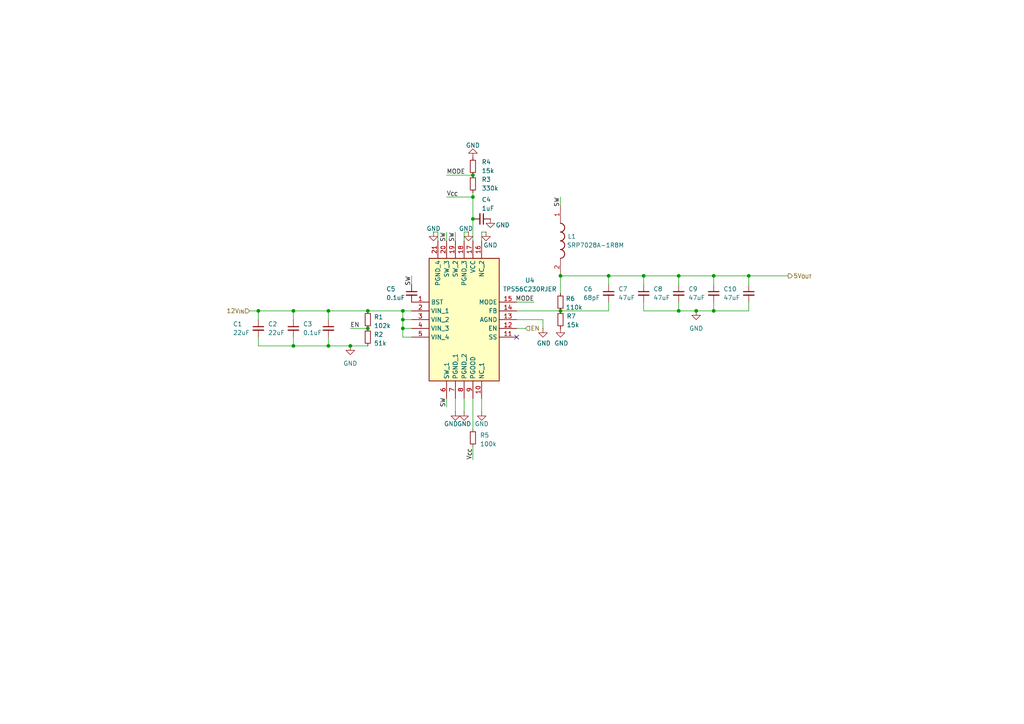
<source format=kicad_sch>
(kicad_sch (version 20241004) (generator "eeschema") (generator_version "8.99")
  (paper "A4")
  (lib_symbols
    (symbol "Device:C_Small" (pin_numbers (hide yes)) (pin_names (offset 0.254) (hide yes))
      (property "Reference" "C" (at 0.254 1.778 0))
      (property "Value" "C_Small" (at 0.254 -2.032 0))
      (symbol "C_Small_0_1"
        (polyline (pts (xy -1.524 0.508) (xy 1.524 0.508)) (stroke (width 0.3048)))
        (polyline (pts (xy -1.524 -0.508) (xy 1.524 -0.508)) (stroke (width 0.3302)))
      )
      (symbol "C_Small_1_1"
        (pin passive line (at 0 2.54 270) (length 2.032) (name "~") (number "1"))
        (pin passive line (at 0 -2.54 90) (length 2.032) (name "~") (number "2"))
      )
    )
    (symbol "Device:R_Small" (pin_numbers (hide yes)) (pin_names (offset 0.254) (hide yes))
      (property "Reference" "R" (at 0.762 0.508 0))
      (property "Value" "R_Small" (at 0.762 -1.016 0))
      (symbol "R_Small_0_1"
        (rectangle (start -0.762 1.778) (end 0.762 -1.778) (stroke (width 0.2032)))
      )
      (symbol "R_Small_1_1"
        (pin passive line (at 0 2.54 270) (length 0.762) (name "~") (number "1"))
        (pin passive line (at 0 -2.54 90) (length 0.762) (name "~") (number "2"))
      )
    )
    (symbol "SRP7028A-1R8M:SRP7028A-1R8M" (pin_names (hide yes))
      (property "Reference" "L" (at 16.51 6.35 0))
      (property "Value" "SRP7028A-1R8M" (at 16.51 3.81 0))
      (symbol "SRP7028A-1R8M_1_1"
        (arc (start 5.08 0) (mid 6.35 1.219) (end 7.62 0) (stroke (width 0.254)))
        (arc (start 7.62 0) (mid 8.89 1.219) (end 10.16 0) (stroke (width 0.254)))
        (arc (start 10.16 0) (mid 11.43 1.219) (end 12.7 0) (stroke (width 0.254)))
        (arc (start 12.7 0) (mid 13.97 1.219) (end 15.24 0) (stroke (width 0.254)))
        (pin passive line (at 0 0 0) (length 5.08) (name "1") (number "1"))
        (pin passive line (at 20.32 0 180) (length 5.08) (name "2") (number "2"))
      )
    )
    (symbol "TPS56C230RJER:TPS56C230RJER"
      (property "Reference" "IC" (at 26.67 17.78 0))
      (property "Value" "TPS56C230RJER" (at 26.67 15.24 0))
      (symbol "TPS56C230RJER_1_1"
        (rectangle (start 5.08 12.7) (end 25.4 -22.86) (stroke (width 0.254)) (fill (type background)))
        (pin passive line (at 0 0 0) (length 5.08) (name "BST") (number "1"))
        (pin passive line (at 0 -2.54 0) (length 5.08) (name "VIN_1") (number "2"))
        (pin passive line (at 0 -5.08 0) (length 5.08) (name "VIN_2") (number "3"))
        (pin passive line (at 0 -7.62 0) (length 5.08) (name "VIN_3") (number "4"))
        (pin passive line (at 0 -10.16 0) (length 5.08) (name "VIN_4") (number "5"))
        (pin passive line (at 7.62 17.78 270) (length 5.08) (name "PGND_4") (number "21"))
        (pin passive line (at 10.16 17.78 270) (length 5.08) (name "SW_3") (number "20"))
        (pin passive line (at 10.16 -27.94 90) (length 5.08) (name "SW_1") (number "6"))
        (pin passive line (at 12.7 17.78 270) (length 5.08) (name "SW_2") (number "19"))
        (pin passive line (at 12.7 -27.94 90) (length 5.08) (name "PGND_1") (number "7"))
        (pin passive line (at 15.24 17.78 270) (length 5.08) (name "PGND_3") (number "18"))
        (pin passive line (at 15.24 -27.94 90) (length 5.08) (name "PGND_2") (number "8"))
        (pin passive line (at 17.78 17.78 270) (length 5.08) (name "VCC") (number "17"))
        (pin passive line (at 17.78 -27.94 90) (length 5.08) (name "PGOOD") (number "9"))
        (pin passive line (at 20.32 17.78 270) (length 5.08) (name "NC_2") (number "16"))
        (pin passive line (at 20.32 -27.94 90) (length 5.08) (name "NC_1") (number "10"))
        (pin passive line (at 30.48 0 180) (length 5.08) (name "MODE") (number "15"))
        (pin passive line (at 30.48 -2.54 180) (length 5.08) (name "FB") (number "14"))
        (pin passive line (at 30.48 -5.08 180) (length 5.08) (name "AGND") (number "13"))
        (pin passive line (at 30.48 -7.62 180) (length 5.08) (name "EN") (number "12"))
        (pin passive line (at 30.48 -10.16 180) (length 5.08) (name "SS") (number "11"))
      )
    )
    (symbol "power:GND" (power) (pin_numbers (hide yes)) (pin_names (offset 0) (hide yes))
      (property "Value" "GND" (at 0 -3.81 0))
      (symbol "GND_0_1"
        (polyline (pts (xy 0 0) (xy 0 -1.27) (xy 1.27 -1.27) (xy 0 -2.54) (xy -1.27 -1.27) (xy 0 -1.27)))
      )
      (symbol "GND_1_1"
        (pin power_in line (at 0 0 270) (length 0) (name "~") (number "1"))
      )
    )
  )
  (junction (at 201.93 90.17))
  (junction (at 207.01 80.01))
  (junction (at 116.84 90.17))
  (junction (at 137.16 63.5))
  (junction (at 207.01 90.17))
  (junction (at 116.84 92.71))
  (junction (at 217.17 80.01))
  (junction (at 101.6 100.33))
  (junction (at 137.16 50.8))
  (junction (at 74.93 90.17))
  (junction (at 116.84 95.25))
  (junction (at 95.25 90.17))
  (junction (at 186.69 80.01))
  (junction (at 106.68 95.25))
  (junction (at 162.56 90.17))
  (junction (at 85.09 90.17))
  (junction (at 95.25 100.33))
  (junction (at 162.56 80.01))
  (junction (at 176.53 80.01))
  (junction (at 137.16 57.15))
  (junction (at 85.09 100.33))
  (junction (at 196.85 90.17))
  (junction (at 196.85 80.01))
  (junction (at 106.68 90.17))
  (no_connect (at 149.86 97.79))
  (wire (pts (xy 137.16 124.46) (xy 137.16 115.57)))
  (wire (pts (xy 207.01 87.63) (xy 207.01 90.17)))
  (wire (pts (xy 134.62 67.31) (xy 134.62 69.85)))
  (wire (pts (xy 74.93 97.79) (xy 74.93 100.33)))
  (wire (pts (xy 74.93 90.17) (xy 85.09 90.17)))
  (wire (pts (xy 196.85 90.17) (xy 201.93 90.17)))
  (wire (pts (xy 85.09 100.33) (xy 95.25 100.33)))
  (wire (pts (xy 149.86 95.25) (xy 152.4 95.25)))
  (wire (pts (xy 106.68 100.33) (xy 101.6 100.33)))
  (wire (pts (xy 207.01 80.01) (xy 217.17 80.01)))
  (wire (pts (xy 129.54 50.8) (xy 137.16 50.8)))
  (wire (pts (xy 149.86 90.17) (xy 162.56 90.17)))
  (wire (pts (xy 162.56 90.17) (xy 176.53 90.17)))
  (wire (pts (xy 116.84 95.25) (xy 119.38 95.25)))
  (wire (pts (xy 116.84 92.71) (xy 116.84 95.25)))
  (wire (pts (xy 85.09 97.79) (xy 85.09 100.33)))
  (wire (pts (xy 162.56 85.09) (xy 162.56 80.01)))
  (wire (pts (xy 149.86 92.71) (xy 157.48 92.71)))
  (wire (pts (xy 137.16 63.5) (xy 137.16 69.85)))
  (wire (pts (xy 186.69 80.01) (xy 186.69 82.55)))
  (wire (pts (xy 106.68 90.17) (xy 116.84 90.17)))
  (wire (pts (xy 132.08 67.31) (xy 132.08 69.85)))
  (wire (pts (xy 176.53 80.01) (xy 186.69 80.01)))
  (wire (pts (xy 207.01 80.01) (xy 207.01 82.55)))
  (wire (pts (xy 95.25 97.79) (xy 95.25 100.33)))
  (wire (pts (xy 217.17 80.01) (xy 217.17 82.55)))
  (wire (pts (xy 116.84 92.71) (xy 119.38 92.71)))
  (wire (pts (xy 119.38 80.01) (xy 119.38 82.55)))
  (wire (pts (xy 95.25 92.71) (xy 95.25 90.17)))
  (wire (pts (xy 196.85 87.63) (xy 196.85 90.17)))
  (wire (pts (xy 201.93 90.17) (xy 207.01 90.17)))
  (wire (pts (xy 116.84 90.17) (xy 116.84 92.71)))
  (wire (pts (xy 196.85 80.01) (xy 207.01 80.01)))
  (wire (pts (xy 85.09 92.71) (xy 85.09 90.17)))
  (wire (pts (xy 95.25 90.17) (xy 106.68 90.17)))
  (wire (pts (xy 176.53 80.01) (xy 176.53 82.55)))
  (wire (pts (xy 125.73 67.31) (xy 127 67.31)))
  (wire (pts (xy 116.84 97.79) (xy 119.38 97.79)))
  (wire (pts (xy 186.69 90.17) (xy 196.85 90.17)))
  (wire (pts (xy 139.7 67.31) (xy 139.7 69.85)))
  (wire (pts (xy 72.39 90.17) (xy 74.93 90.17)))
  (wire (pts (xy 101.6 95.25) (xy 106.68 95.25)))
  (wire (pts (xy 176.53 90.17) (xy 176.53 87.63)))
  (wire (pts (xy 137.16 55.88) (xy 137.16 57.15)))
  (wire (pts (xy 116.84 95.25) (xy 116.84 97.79)))
  (wire (pts (xy 129.54 67.31) (xy 129.54 69.85)))
  (wire (pts (xy 186.69 80.01) (xy 196.85 80.01)))
  (wire (pts (xy 217.17 80.01) (xy 228.6 80.01)))
  (wire (pts (xy 85.09 90.17) (xy 95.25 90.17)))
  (wire (pts (xy 101.6 100.33) (xy 95.25 100.33)))
  (wire (pts (xy 74.93 90.17) (xy 74.93 92.71)))
  (wire (pts (xy 134.62 115.57) (xy 134.62 119.38)))
  (wire (pts (xy 129.54 118.11) (xy 129.54 115.57)))
  (wire (pts (xy 140.97 67.31) (xy 139.7 67.31)))
  (wire (pts (xy 137.16 133.35) (xy 137.16 129.54)))
  (wire (pts (xy 207.01 90.17) (xy 217.17 90.17)))
  (wire (pts (xy 129.54 57.15) (xy 137.16 57.15)))
  (wire (pts (xy 217.17 87.63) (xy 217.17 90.17)))
  (wire (pts (xy 135.89 67.31) (xy 134.62 67.31)))
  (wire (pts (xy 127 67.31) (xy 127 69.85)))
  (wire (pts (xy 186.69 87.63) (xy 186.69 90.17)))
  (wire (pts (xy 154.94 87.63) (xy 149.86 87.63)))
  (wire (pts (xy 162.56 80.01) (xy 176.53 80.01)))
  (wire (pts (xy 157.48 92.71) (xy 157.48 95.25)))
  (wire (pts (xy 132.08 115.57) (xy 132.08 119.38)))
  (wire (pts (xy 74.93 100.33) (xy 85.09 100.33)))
  (wire (pts (xy 116.84 90.17) (xy 119.38 90.17)))
  (wire (pts (xy 137.16 57.15) (xy 137.16 63.5)))
  (wire (pts (xy 162.56 57.15) (xy 162.56 59.69)))
  (wire (pts (xy 139.7 119.38) (xy 139.7 115.57)))
  (wire (pts (xy 196.85 80.01) (xy 196.85 82.55)))
  (label "SW" (at 129.54 67.31 270))
  (label "V_{CC}" (at 137.16 133.35 90))
  (label "SW" (at 119.38 80.01 270))
  (label "SW" (at 162.56 57.15 270))
  (label "MODE" (at 154.94 87.63 180))
  (label "V_{CC}" (at 129.54 57.15 0))
  (label "EN" (at 101.6 95.25 0))
  (label "SW" (at 132.08 67.31 270))
  (label "SW" (at 129.54 118.11 90))
  (label "MODE" (at 129.54 50.8 0))
  (hierarchical_label "12V_{IN}" (shape input) (at 72.39 90.17 180))
  (hierarchical_label "EN" (shape input) (at 152.4 95.25 0))
  (hierarchical_label "5V_{OUT}" (shape output) (at 228.6 80.01 0))
  (symbol (lib_id "Device:C_Small") (at 176.53 85.09 0) (unit 1)
    (property "Reference" "C6" (at 169.164 83.82 0) (effects (justify left)))
    (property "Value" "68pF" (at 169.164 86.36 0) (effects (justify left)))
    (property "Footprint" "Capacitor_SMD:C_0201_0603Metric" (effects (hide yes)))
    (property "Description" "Unpolarized capacitor, small symbol" (effects (hide yes)))
  )
  (symbol (lib_id "Device:R_Small") (at 162.56 92.71 0) (unit 1)
    (property "Reference" "R7" (at 164.338 91.694 0) (effects (justify left)))
    (property "Value" "15k" (at 164.338 94.234 0) (effects (justify left)))
    (property "Footprint" "Resistor_SMD:R_0402_1005Metric" (effects (hide yes)))
    (property "Description" "Resistor, small symbol" (effects (hide yes)))
  )
  (symbol (lib_id "power:GND") (at 162.56 95.25 0) (unit 1)
    (property "Reference" "#PWR010" (effects (hide yes)))
    (property "Value" "GND" (at 162.814 99.568 0))
    (property "Description" "Power symbol creates a global label with name \"GND\" , ground" (effects (hide yes)))
  )
  (symbol (lib_id "Device:R_Small") (at 137.16 53.34 0) (unit 1)
    (property "Reference" "R3" (at 139.7 52.0699 0) (effects (justify left)))
    (property "Value" "330k" (at 139.7 54.6099 0) (effects (justify left)))
    (property "Footprint" "Resistor_SMD:R_0402_1005Metric" (effects (hide yes)))
    (property "Description" "Resistor, small symbol" (effects (hide yes)))
  )
  (symbol (lib_id "power:GND") (at 201.93 90.17 0) (unit 1)
    (property "Reference" "#PWR011" (effects (hide yes)))
    (property "Value" "GND" (at 201.93 95.25 0))
    (property "Description" "Power symbol creates a global label with name \"GND\" , ground" (effects (hide yes)))
  )
  (symbol (lib_id "Device:R_Small") (at 162.56 87.63 0) (unit 1)
    (property "Reference" "R6" (at 164.084 86.614 0) (effects (justify left)))
    (property "Value" "110k" (at 164.084 89.154 0) (effects (justify left)))
    (property "Footprint" "Resistor_SMD:R_0402_1005Metric" (effects (hide yes)))
    (property "Description" "Resistor, small symbol" (effects (hide yes)))
  )
  (symbol (lib_id "Device:C_Small") (at 139.7 63.5 270) (unit 1)
    (property "Reference" "C4" (at 139.7 57.912 90) (effects (justify left)))
    (property "Value" "1uF" (at 139.7 60.452 90) (effects (justify left)))
    (property "Footprint" "Capacitor_SMD:C_0402_1005Metric" (effects (hide yes)))
    (property "Description" "Unpolarized capacitor, small symbol" (effects (hide yes)))
  )
  (symbol (lib_id "power:GND") (at 101.6 100.33 0) (unit 1)
    (property "Reference" "#PWR01" (effects (hide yes)))
    (property "Value" "GND" (at 101.6 105.41 0))
    (property "Description" "Power symbol creates a global label with name \"GND\" , ground" (effects (hide yes)))
  )
  (symbol (lib_id "Device:C_Small") (at 74.93 95.25 0) (unit 1)
    (property "Reference" "C1" (at 67.564 93.98 0) (effects (justify left)))
    (property "Value" "22uF" (at 67.564 96.52 0) (effects (justify left)))
    (property "Footprint" "Capacitor_SMD:C_0402_1005Metric" (effects (hide yes)))
    (property "Description" "Unpolarized capacitor, small symbol" (effects (hide yes)))
  )
  (symbol (lib_id "Device:C_Small") (at 95.25 95.25 0) (unit 1)
    (property "Reference" "C3" (at 87.884 93.98 0) (effects (justify left)))
    (property "Value" "0.1uF" (at 87.884 96.52 0) (effects (justify left)))
    (property "Footprint" "Capacitor_SMD:C_0402_1005Metric" (effects (hide yes)))
    (property "Description" "Unpolarized capacitor, small symbol" (effects (hide yes)))
  )
  (symbol (lib_id "Device:C_Small") (at 186.69 85.09 0) (unit 1)
    (property "Reference" "C7" (at 179.324 83.82 0) (effects (justify left)))
    (property "Value" "47uF" (at 179.324 86.36 0) (effects (justify left)))
    (property "Footprint" "Capacitor_SMD:C_0402_1005Metric" (effects (hide yes)))
    (property "Description" "Unpolarized capacitor, small symbol" (effects (hide yes)))
  )
  (symbol (lib_id "power:GND") (at 157.48 95.25 0) (unit 1)
    (property "Reference" "#PWR09" (effects (hide yes)))
    (property "Value" "GND" (at 159.766 99.568 0) (effects (justify right)))
    (property "Description" "Power symbol creates a global label with name \"GND\" , ground" (effects (hide yes)))
  )
  (symbol (lib_id "power:GND") (at 140.97 67.31 0) (unit 1)
    (property "Reference" "#PWR07" (effects (hide yes)))
    (property "Value" "GND" (at 140.208 71.12 0) (effects (justify left)))
    (property "Description" "Power symbol creates a global label with name \"GND\" , ground" (effects (hide yes)))
  )
  (symbol (lib_id "power:GND") (at 137.16 45.72 180) (unit 1)
    (property "Reference" "#PWR028" (effects (hide yes)))
    (property "Value" "GND" (at 137.16 42.164 0))
    (property "Description" "Power symbol creates a global label with name \"GND\" , ground" (effects (hide yes)))
  )
  (symbol (lib_id "Device:R_Small") (at 106.68 92.71 0) (unit 1)
    (property "Reference" "R1" (at 108.458 91.948 0) (effects (justify left)))
    (property "Value" "102k" (at 108.458 94.488 0) (effects (justify left)))
    (property "Footprint" "Resistor_SMD:R_0402_1005Metric" (effects (hide yes)))
    (property "Description" "Resistor, small symbol" (effects (hide yes)))
  )
  (symbol (lib_id "TPS56C230RJER:TPS56C230RJER") (at 119.38 87.63 0) (unit 1)
    (property "Reference" "U4" (at 153.67 81.3114 0))
    (property "Value" "TPS56C230RJER" (at 153.67 83.8514 0))
    (property "Footprint" "QFN45P300X300X100-21N-D" (effects (hide yes)))
    (property "Datasheet" "https://www.ti.com/lit/gpn/TPS56C230" (effects (hide yes)))
    (property "Description" "Switching Voltage Regulators 4.5-V to 18-V, 12-A synchronous buck converter 20-VQFN-HR -40 to 125" (effects (hide yes)))
    (property "Height" "1" (effects (hide yes)))
    (property "Manufacturer_Name" "Texas Instruments" (effects (hide yes)))
    (property "Manufacturer_Part_Number" "TPS56C230RJER" (effects (hide yes)))
    (property "Mouser Part Number" "595-TPS56C230RJER" (effects (hide yes)))
    (property "Mouser Price/Stock" "https://www.mouser.co.uk/ProductDetail/Texas-Instruments/TPS56C230RJER?qs=B6kkDfuK7%2FDZws9l9ZFrjw%3D%3D" (effects (hide yes)))
    (property "Arrow Part Number" "TPS56C230RJER" (effects (hide yes)))
    (property "Arrow Price/Stock" "https://www.arrow.com/en/products/tps56c230rjer/texas-instruments?region=nac" (effects (hide yes)))
  )
  (symbol (lib_id "Device:C_Small") (at 207.01 85.09 0) (unit 1)
    (property "Reference" "C9" (at 199.644 83.82 0) (effects (justify left)))
    (property "Value" "47uF" (at 199.644 86.36 0) (effects (justify left)))
    (property "Footprint" "Capacitor_SMD:C_0402_1005Metric" (effects (hide yes)))
    (property "Description" "Unpolarized capacitor, small symbol" (effects (hide yes)))
  )
  (symbol (lib_id "Device:R_Small") (at 137.16 127 0) (unit 1)
    (property "Reference" "R5" (at 139.192 126.238 0) (effects (justify left)))
    (property "Value" "100k" (at 139.192 128.778 0) (effects (justify left)))
    (property "Footprint" "Resistor_SMD:R_0402_1005Metric" (effects (hide yes)))
    (property "Description" "Resistor, small symbol" (effects (hide yes)))
  )
  (symbol (lib_id "Device:C_Small") (at 119.38 85.09 0) (unit 1)
    (property "Reference" "C5" (at 112.014 83.82 0) (effects (justify left)))
    (property "Value" "0.1uF" (at 112.014 86.36 0) (effects (justify left)))
    (property "Footprint" "Capacitor_SMD:C_0402_1005Metric" (effects (hide yes)))
    (property "Description" "Unpolarized capacitor, small symbol" (effects (hide yes)))
  )
  (symbol (lib_id "Device:R_Small") (at 106.68 97.79 0) (unit 1)
    (property "Reference" "R2" (at 108.458 97.028 0) (effects (justify left)))
    (property "Value" "51k" (at 108.458 99.568 0) (effects (justify left)))
    (property "Footprint" "Resistor_SMD:R_0402_1005Metric" (effects (hide yes)))
    (property "Description" "Resistor, small symbol" (effects (hide yes)))
  )
  (symbol (lib_id "power:GND") (at 135.89 67.31 0) (unit 1)
    (property "Reference" "#PWR05" (effects (hide yes)))
    (property "Value" "GND" (at 133.096 66.294 0) (effects (justify left)))
    (property "Description" "Power symbol creates a global label with name \"GND\" , ground" (effects (hide yes)))
  )
  (symbol (lib_id "power:GND") (at 125.73 67.31 0) (unit 1)
    (property "Reference" "#PWR02" (effects (hide yes)))
    (property "Value" "GND" (at 123.698 66.294 0) (effects (justify left)))
    (property "Description" "Power symbol creates a global label with name \"GND\" , ground" (effects (hide yes)))
  )
  (symbol (lib_id "power:GND") (at 134.62 119.38 0) (unit 1)
    (property "Reference" "#PWR04" (effects (hide yes)))
    (property "Value" "GND" (at 134.62 122.936 0))
    (property "Description" "Power symbol creates a global label with name \"GND\" , ground" (effects (hide yes)))
  )
  (symbol (lib_id "SRP7028A-1R8M:SRP7028A-1R8M") (at 162.56 59.69 270) (unit 1)
    (property "Reference" "L1" (at 165.862 68.58 90))
    (property "Value" "SRP7028A-1R8M" (at 172.72 71.12 90))
    (property "Footprint" "INDPM7366X300N" (effects (hide yes)))
    (property "Datasheet" "http://www.farnell.com/datasheets/2361968.pdf" (effects (hide yes)))
    (property "Description" "Bourns SRP7028A Series Shielded Wire-wound SMD Inductor with a Carbonyl Powder Core, 1.8 uH +/-20% 8.5A Idc" (effects (hide yes)))
    (property "Height" "3" (effects (hide yes)))
    (property "Manufacturer_Name" "Bourns" (effects (hide yes)))
    (property "Manufacturer_Part_Number" "SRP7028A-1R8M" (effects (hide yes)))
    (property "Mouser Part Number" "652-SRP7028A-1R8M" (effects (hide yes)))
    (property "Mouser Price/Stock" "https://www.mouser.co.uk/ProductDetail/Bourns/SRP7028A-1R8M?qs=7z%252BmIopC6%2FJ3f%2FcMDr%252Bn6A%3D%3D" (effects (hide yes)))
    (property "Arrow Part Number" "SRP7028A-1R8M" (effects (hide yes)))
    (property "Arrow Price/Stock" "https://www.arrow.com/en/products/srp7028a-1r8m/bourns?region=nac" (effects (hide yes)))
  )
  (symbol (lib_id "Device:C_Small") (at 217.17 85.09 0) (unit 1)
    (property "Reference" "C10" (at 209.804 83.82 0) (effects (justify left)))
    (property "Value" "47uF" (at 209.804 86.36 0) (effects (justify left)))
    (property "Footprint" "Capacitor_SMD:C_0402_1005Metric" (effects (hide yes)))
    (property "Description" "Unpolarized capacitor, small symbol" (effects (hide yes)))
  )
  (symbol (lib_id "Device:R_Small") (at 137.16 48.26 0) (unit 1)
    (property "Reference" "R4" (at 139.7 46.9899 0) (effects (justify left)))
    (property "Value" "15k" (at 139.7 49.5299 0) (effects (justify left)))
    (property "Footprint" "Resistor_SMD:R_0402_1005Metric" (effects (hide yes)))
    (property "Description" "Resistor, small symbol" (effects (hide yes)))
  )
  (symbol (lib_id "power:GND") (at 132.08 119.38 0) (unit 1)
    (property "Reference" "#PWR03" (effects (hide yes)))
    (property "Value" "GND" (at 130.81 122.936 0))
    (property "Description" "Power symbol creates a global label with name \"GND\" , ground" (effects (hide yes)))
  )
  (symbol (lib_id "Device:C_Small") (at 85.09 95.25 0) (unit 1)
    (property "Reference" "C2" (at 77.724 93.98 0) (effects (justify left)))
    (property "Value" "22uF" (at 77.724 96.52 0) (effects (justify left)))
    (property "Footprint" "Capacitor_SMD:C_0402_1005Metric" (effects (hide yes)))
    (property "Description" "Unpolarized capacitor, small symbol" (effects (hide yes)))
  )
  (symbol (lib_id "Device:C_Small") (at 196.85 85.09 0) (unit 1)
    (property "Reference" "C8" (at 189.484 83.82 0) (effects (justify left)))
    (property "Value" "47uF" (at 189.484 86.36 0) (effects (justify left)))
    (property "Footprint" "Capacitor_SMD:C_0402_1005Metric" (effects (hide yes)))
    (property "Description" "Unpolarized capacitor, small symbol" (effects (hide yes)))
  )
  (symbol (lib_id "power:GND") (at 139.7 119.38 0) (unit 1)
    (property "Reference" "#PWR06" (effects (hide yes)))
    (property "Value" "GND" (at 139.7 122.936 0))
    (property "Description" "Power symbol creates a global label with name \"GND\" , ground" (effects (hide yes)))
  )
  (symbol (lib_id "power:GND") (at 142.24 63.5 0) (unit 1)
    (property "Reference" "#PWR08" (effects (hide yes)))
    (property "Value" "GND" (at 145.796 65.278 0))
    (property "Description" "Power symbol creates a global label with name \"GND\" , ground" (effects (hide yes)))
  )
)
</source>
